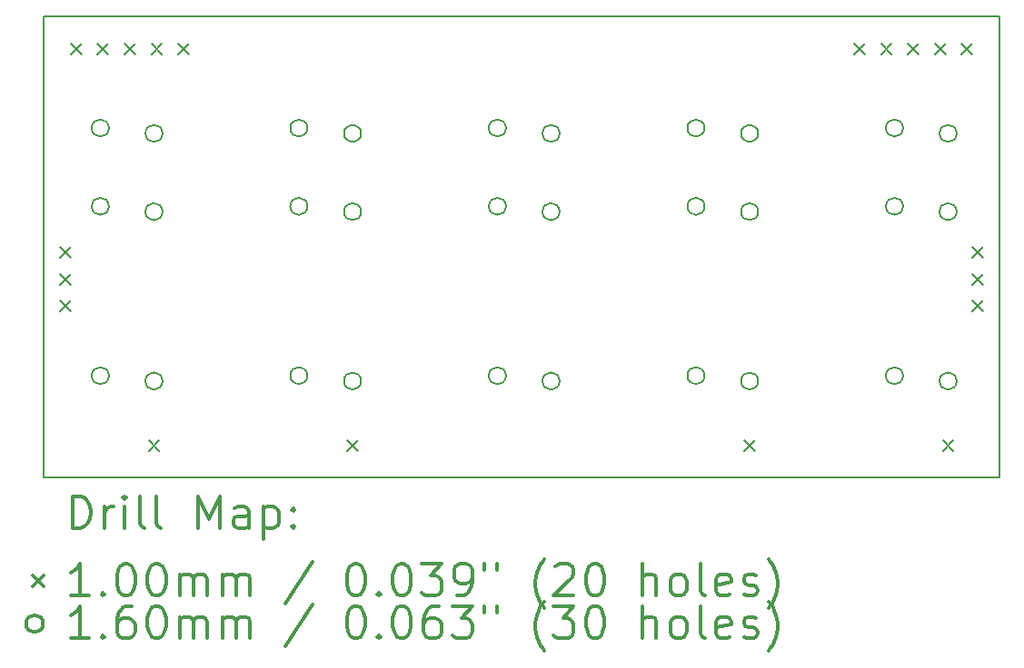
<source format=gbr>
%FSLAX45Y45*%
G04 Gerber Fmt 4.5, Leading zero omitted, Abs format (unit mm)*
G04 Created by KiCad (PCBNEW 4.0.1-stable) date Sunday, May 29, 2016 'PMt' 06:37:44 PM*
%MOMM*%
G01*
G04 APERTURE LIST*
%ADD10C,0.127000*%
%ADD11C,0.150000*%
%ADD12C,0.200000*%
%ADD13C,0.300000*%
G04 APERTURE END LIST*
D10*
D11*
X8900000Y0D02*
X0Y0D01*
X8900000Y-4300000D02*
X8900000Y0D01*
X0Y-4300000D02*
X8900000Y-4300000D01*
X0Y0D02*
X0Y-4300000D01*
D12*
X150000Y-2150000D02*
X250000Y-2250000D01*
X250000Y-2150000D02*
X150000Y-2250000D01*
X150000Y-2400000D02*
X250000Y-2500000D01*
X250000Y-2400000D02*
X150000Y-2500000D01*
X150000Y-2650000D02*
X250000Y-2750000D01*
X250000Y-2650000D02*
X150000Y-2750000D01*
X250000Y-250000D02*
X350000Y-350000D01*
X350000Y-250000D02*
X250000Y-350000D01*
X500000Y-250000D02*
X600000Y-350000D01*
X600000Y-250000D02*
X500000Y-350000D01*
X750000Y-250000D02*
X850000Y-350000D01*
X850000Y-250000D02*
X750000Y-350000D01*
X975000Y-3950000D02*
X1075000Y-4050000D01*
X1075000Y-3950000D02*
X975000Y-4050000D01*
X1000000Y-250000D02*
X1100000Y-350000D01*
X1100000Y-250000D02*
X1000000Y-350000D01*
X1250000Y-250000D02*
X1350000Y-350000D01*
X1350000Y-250000D02*
X1250000Y-350000D01*
X2825000Y-3950000D02*
X2925000Y-4050000D01*
X2925000Y-3950000D02*
X2825000Y-4050000D01*
X6525000Y-3950000D02*
X6625000Y-4050000D01*
X6625000Y-3950000D02*
X6525000Y-4050000D01*
X7550000Y-250000D02*
X7650000Y-350000D01*
X7650000Y-250000D02*
X7550000Y-350000D01*
X7800000Y-250000D02*
X7900000Y-350000D01*
X7900000Y-250000D02*
X7800000Y-350000D01*
X8050000Y-250000D02*
X8150000Y-350000D01*
X8150000Y-250000D02*
X8050000Y-350000D01*
X8300000Y-250000D02*
X8400000Y-350000D01*
X8400000Y-250000D02*
X8300000Y-350000D01*
X8375000Y-3950000D02*
X8475000Y-4050000D01*
X8475000Y-3950000D02*
X8375000Y-4050000D01*
X8550000Y-250000D02*
X8650000Y-350000D01*
X8650000Y-250000D02*
X8550000Y-350000D01*
X8650000Y-2150000D02*
X8750000Y-2250000D01*
X8750000Y-2150000D02*
X8650000Y-2250000D01*
X8650000Y-2400000D02*
X8750000Y-2500000D01*
X8750000Y-2400000D02*
X8650000Y-2500000D01*
X8650000Y-2650000D02*
X8750000Y-2750000D01*
X8750000Y-2650000D02*
X8650000Y-2750000D01*
X605000Y-1040000D02*
G75*
G03X605000Y-1040000I-80000J0D01*
G01*
X605000Y-1770000D02*
G75*
G03X605000Y-1770000I-80000J0D01*
G01*
X605000Y-3350000D02*
G75*
G03X605000Y-3350000I-80000J0D01*
G01*
X1105000Y-1090000D02*
G75*
G03X1105000Y-1090000I-80000J0D01*
G01*
X1105000Y-1820000D02*
G75*
G03X1105000Y-1820000I-80000J0D01*
G01*
X1105000Y-3400000D02*
G75*
G03X1105000Y-3400000I-80000J0D01*
G01*
X2455000Y-1040000D02*
G75*
G03X2455000Y-1040000I-80000J0D01*
G01*
X2455000Y-1770000D02*
G75*
G03X2455000Y-1770000I-80000J0D01*
G01*
X2455000Y-3350000D02*
G75*
G03X2455000Y-3350000I-80000J0D01*
G01*
X2955000Y-1090000D02*
G75*
G03X2955000Y-1090000I-80000J0D01*
G01*
X2955000Y-1820000D02*
G75*
G03X2955000Y-1820000I-80000J0D01*
G01*
X2955000Y-3400000D02*
G75*
G03X2955000Y-3400000I-80000J0D01*
G01*
X4305000Y-1040000D02*
G75*
G03X4305000Y-1040000I-80000J0D01*
G01*
X4305000Y-1770000D02*
G75*
G03X4305000Y-1770000I-80000J0D01*
G01*
X4305000Y-3350000D02*
G75*
G03X4305000Y-3350000I-80000J0D01*
G01*
X4805000Y-1090000D02*
G75*
G03X4805000Y-1090000I-80000J0D01*
G01*
X4805000Y-1820000D02*
G75*
G03X4805000Y-1820000I-80000J0D01*
G01*
X4805000Y-3400000D02*
G75*
G03X4805000Y-3400000I-80000J0D01*
G01*
X6155000Y-1040000D02*
G75*
G03X6155000Y-1040000I-80000J0D01*
G01*
X6155000Y-1770000D02*
G75*
G03X6155000Y-1770000I-80000J0D01*
G01*
X6155000Y-3350000D02*
G75*
G03X6155000Y-3350000I-80000J0D01*
G01*
X6655000Y-1090000D02*
G75*
G03X6655000Y-1090000I-80000J0D01*
G01*
X6655000Y-1820000D02*
G75*
G03X6655000Y-1820000I-80000J0D01*
G01*
X6655000Y-3400000D02*
G75*
G03X6655000Y-3400000I-80000J0D01*
G01*
X8005000Y-1040000D02*
G75*
G03X8005000Y-1040000I-80000J0D01*
G01*
X8005000Y-1770000D02*
G75*
G03X8005000Y-1770000I-80000J0D01*
G01*
X8005000Y-3350000D02*
G75*
G03X8005000Y-3350000I-80000J0D01*
G01*
X8505000Y-1090000D02*
G75*
G03X8505000Y-1090000I-80000J0D01*
G01*
X8505000Y-1820000D02*
G75*
G03X8505000Y-1820000I-80000J0D01*
G01*
X8505000Y-3400000D02*
G75*
G03X8505000Y-3400000I-80000J0D01*
G01*
D13*
X263929Y-4773214D02*
X263929Y-4473214D01*
X335357Y-4473214D01*
X378214Y-4487500D01*
X406786Y-4516072D01*
X421071Y-4544643D01*
X435357Y-4601786D01*
X435357Y-4644643D01*
X421071Y-4701786D01*
X406786Y-4730357D01*
X378214Y-4758929D01*
X335357Y-4773214D01*
X263929Y-4773214D01*
X563929Y-4773214D02*
X563929Y-4573214D01*
X563929Y-4630357D02*
X578214Y-4601786D01*
X592500Y-4587500D01*
X621071Y-4573214D01*
X649643Y-4573214D01*
X749643Y-4773214D02*
X749643Y-4573214D01*
X749643Y-4473214D02*
X735357Y-4487500D01*
X749643Y-4501786D01*
X763928Y-4487500D01*
X749643Y-4473214D01*
X749643Y-4501786D01*
X935357Y-4773214D02*
X906786Y-4758929D01*
X892500Y-4730357D01*
X892500Y-4473214D01*
X1092500Y-4773214D02*
X1063929Y-4758929D01*
X1049643Y-4730357D01*
X1049643Y-4473214D01*
X1435357Y-4773214D02*
X1435357Y-4473214D01*
X1535357Y-4687500D01*
X1635357Y-4473214D01*
X1635357Y-4773214D01*
X1906786Y-4773214D02*
X1906786Y-4616072D01*
X1892500Y-4587500D01*
X1863928Y-4573214D01*
X1806786Y-4573214D01*
X1778214Y-4587500D01*
X1906786Y-4758929D02*
X1878214Y-4773214D01*
X1806786Y-4773214D01*
X1778214Y-4758929D01*
X1763928Y-4730357D01*
X1763928Y-4701786D01*
X1778214Y-4673214D01*
X1806786Y-4658929D01*
X1878214Y-4658929D01*
X1906786Y-4644643D01*
X2049643Y-4573214D02*
X2049643Y-4873214D01*
X2049643Y-4587500D02*
X2078214Y-4573214D01*
X2135357Y-4573214D01*
X2163929Y-4587500D01*
X2178214Y-4601786D01*
X2192500Y-4630357D01*
X2192500Y-4716072D01*
X2178214Y-4744643D01*
X2163929Y-4758929D01*
X2135357Y-4773214D01*
X2078214Y-4773214D01*
X2049643Y-4758929D01*
X2321071Y-4744643D02*
X2335357Y-4758929D01*
X2321071Y-4773214D01*
X2306786Y-4758929D01*
X2321071Y-4744643D01*
X2321071Y-4773214D01*
X2321071Y-4587500D02*
X2335357Y-4601786D01*
X2321071Y-4616072D01*
X2306786Y-4601786D01*
X2321071Y-4587500D01*
X2321071Y-4616072D01*
X-107500Y-5217500D02*
X-7500Y-5317500D01*
X-7500Y-5217500D02*
X-107500Y-5317500D01*
X421071Y-5403214D02*
X249643Y-5403214D01*
X335357Y-5403214D02*
X335357Y-5103214D01*
X306786Y-5146072D01*
X278214Y-5174643D01*
X249643Y-5188929D01*
X549643Y-5374643D02*
X563929Y-5388929D01*
X549643Y-5403214D01*
X535357Y-5388929D01*
X549643Y-5374643D01*
X549643Y-5403214D01*
X749643Y-5103214D02*
X778214Y-5103214D01*
X806786Y-5117500D01*
X821071Y-5131786D01*
X835357Y-5160357D01*
X849643Y-5217500D01*
X849643Y-5288929D01*
X835357Y-5346072D01*
X821071Y-5374643D01*
X806786Y-5388929D01*
X778214Y-5403214D01*
X749643Y-5403214D01*
X721071Y-5388929D01*
X706786Y-5374643D01*
X692500Y-5346072D01*
X678214Y-5288929D01*
X678214Y-5217500D01*
X692500Y-5160357D01*
X706786Y-5131786D01*
X721071Y-5117500D01*
X749643Y-5103214D01*
X1035357Y-5103214D02*
X1063929Y-5103214D01*
X1092500Y-5117500D01*
X1106786Y-5131786D01*
X1121071Y-5160357D01*
X1135357Y-5217500D01*
X1135357Y-5288929D01*
X1121071Y-5346072D01*
X1106786Y-5374643D01*
X1092500Y-5388929D01*
X1063929Y-5403214D01*
X1035357Y-5403214D01*
X1006786Y-5388929D01*
X992500Y-5374643D01*
X978214Y-5346072D01*
X963928Y-5288929D01*
X963928Y-5217500D01*
X978214Y-5160357D01*
X992500Y-5131786D01*
X1006786Y-5117500D01*
X1035357Y-5103214D01*
X1263929Y-5403214D02*
X1263929Y-5203214D01*
X1263929Y-5231786D02*
X1278214Y-5217500D01*
X1306786Y-5203214D01*
X1349643Y-5203214D01*
X1378214Y-5217500D01*
X1392500Y-5246072D01*
X1392500Y-5403214D01*
X1392500Y-5246072D02*
X1406786Y-5217500D01*
X1435357Y-5203214D01*
X1478214Y-5203214D01*
X1506786Y-5217500D01*
X1521071Y-5246072D01*
X1521071Y-5403214D01*
X1663928Y-5403214D02*
X1663928Y-5203214D01*
X1663928Y-5231786D02*
X1678214Y-5217500D01*
X1706786Y-5203214D01*
X1749643Y-5203214D01*
X1778214Y-5217500D01*
X1792500Y-5246072D01*
X1792500Y-5403214D01*
X1792500Y-5246072D02*
X1806786Y-5217500D01*
X1835357Y-5203214D01*
X1878214Y-5203214D01*
X1906786Y-5217500D01*
X1921071Y-5246072D01*
X1921071Y-5403214D01*
X2506786Y-5088929D02*
X2249643Y-5474643D01*
X2892500Y-5103214D02*
X2921071Y-5103214D01*
X2949643Y-5117500D01*
X2963928Y-5131786D01*
X2978214Y-5160357D01*
X2992500Y-5217500D01*
X2992500Y-5288929D01*
X2978214Y-5346072D01*
X2963928Y-5374643D01*
X2949643Y-5388929D01*
X2921071Y-5403214D01*
X2892500Y-5403214D01*
X2863928Y-5388929D01*
X2849643Y-5374643D01*
X2835357Y-5346072D01*
X2821071Y-5288929D01*
X2821071Y-5217500D01*
X2835357Y-5160357D01*
X2849643Y-5131786D01*
X2863928Y-5117500D01*
X2892500Y-5103214D01*
X3121071Y-5374643D02*
X3135357Y-5388929D01*
X3121071Y-5403214D01*
X3106786Y-5388929D01*
X3121071Y-5374643D01*
X3121071Y-5403214D01*
X3321071Y-5103214D02*
X3349643Y-5103214D01*
X3378214Y-5117500D01*
X3392500Y-5131786D01*
X3406785Y-5160357D01*
X3421071Y-5217500D01*
X3421071Y-5288929D01*
X3406785Y-5346072D01*
X3392500Y-5374643D01*
X3378214Y-5388929D01*
X3349643Y-5403214D01*
X3321071Y-5403214D01*
X3292500Y-5388929D01*
X3278214Y-5374643D01*
X3263928Y-5346072D01*
X3249643Y-5288929D01*
X3249643Y-5217500D01*
X3263928Y-5160357D01*
X3278214Y-5131786D01*
X3292500Y-5117500D01*
X3321071Y-5103214D01*
X3521071Y-5103214D02*
X3706785Y-5103214D01*
X3606785Y-5217500D01*
X3649643Y-5217500D01*
X3678214Y-5231786D01*
X3692500Y-5246072D01*
X3706785Y-5274643D01*
X3706785Y-5346072D01*
X3692500Y-5374643D01*
X3678214Y-5388929D01*
X3649643Y-5403214D01*
X3563928Y-5403214D01*
X3535357Y-5388929D01*
X3521071Y-5374643D01*
X3849643Y-5403214D02*
X3906785Y-5403214D01*
X3935357Y-5388929D01*
X3949643Y-5374643D01*
X3978214Y-5331786D01*
X3992500Y-5274643D01*
X3992500Y-5160357D01*
X3978214Y-5131786D01*
X3963928Y-5117500D01*
X3935357Y-5103214D01*
X3878214Y-5103214D01*
X3849643Y-5117500D01*
X3835357Y-5131786D01*
X3821071Y-5160357D01*
X3821071Y-5231786D01*
X3835357Y-5260357D01*
X3849643Y-5274643D01*
X3878214Y-5288929D01*
X3935357Y-5288929D01*
X3963928Y-5274643D01*
X3978214Y-5260357D01*
X3992500Y-5231786D01*
X4106786Y-5103214D02*
X4106786Y-5160357D01*
X4221071Y-5103214D02*
X4221071Y-5160357D01*
X4663928Y-5517500D02*
X4649643Y-5503214D01*
X4621071Y-5460357D01*
X4606786Y-5431786D01*
X4592500Y-5388929D01*
X4578214Y-5317500D01*
X4578214Y-5260357D01*
X4592500Y-5188929D01*
X4606786Y-5146072D01*
X4621071Y-5117500D01*
X4649643Y-5074643D01*
X4663928Y-5060357D01*
X4763928Y-5131786D02*
X4778214Y-5117500D01*
X4806786Y-5103214D01*
X4878214Y-5103214D01*
X4906786Y-5117500D01*
X4921071Y-5131786D01*
X4935357Y-5160357D01*
X4935357Y-5188929D01*
X4921071Y-5231786D01*
X4749643Y-5403214D01*
X4935357Y-5403214D01*
X5121071Y-5103214D02*
X5149643Y-5103214D01*
X5178214Y-5117500D01*
X5192500Y-5131786D01*
X5206786Y-5160357D01*
X5221071Y-5217500D01*
X5221071Y-5288929D01*
X5206786Y-5346072D01*
X5192500Y-5374643D01*
X5178214Y-5388929D01*
X5149643Y-5403214D01*
X5121071Y-5403214D01*
X5092500Y-5388929D01*
X5078214Y-5374643D01*
X5063928Y-5346072D01*
X5049643Y-5288929D01*
X5049643Y-5217500D01*
X5063928Y-5160357D01*
X5078214Y-5131786D01*
X5092500Y-5117500D01*
X5121071Y-5103214D01*
X5578214Y-5403214D02*
X5578214Y-5103214D01*
X5706785Y-5403214D02*
X5706785Y-5246072D01*
X5692500Y-5217500D01*
X5663928Y-5203214D01*
X5621071Y-5203214D01*
X5592500Y-5217500D01*
X5578214Y-5231786D01*
X5892500Y-5403214D02*
X5863928Y-5388929D01*
X5849643Y-5374643D01*
X5835357Y-5346072D01*
X5835357Y-5260357D01*
X5849643Y-5231786D01*
X5863928Y-5217500D01*
X5892500Y-5203214D01*
X5935357Y-5203214D01*
X5963928Y-5217500D01*
X5978214Y-5231786D01*
X5992500Y-5260357D01*
X5992500Y-5346072D01*
X5978214Y-5374643D01*
X5963928Y-5388929D01*
X5935357Y-5403214D01*
X5892500Y-5403214D01*
X6163928Y-5403214D02*
X6135357Y-5388929D01*
X6121071Y-5360357D01*
X6121071Y-5103214D01*
X6392500Y-5388929D02*
X6363928Y-5403214D01*
X6306786Y-5403214D01*
X6278214Y-5388929D01*
X6263928Y-5360357D01*
X6263928Y-5246072D01*
X6278214Y-5217500D01*
X6306786Y-5203214D01*
X6363928Y-5203214D01*
X6392500Y-5217500D01*
X6406786Y-5246072D01*
X6406786Y-5274643D01*
X6263928Y-5303214D01*
X6521071Y-5388929D02*
X6549643Y-5403214D01*
X6606786Y-5403214D01*
X6635357Y-5388929D01*
X6649643Y-5360357D01*
X6649643Y-5346072D01*
X6635357Y-5317500D01*
X6606786Y-5303214D01*
X6563928Y-5303214D01*
X6535357Y-5288929D01*
X6521071Y-5260357D01*
X6521071Y-5246072D01*
X6535357Y-5217500D01*
X6563928Y-5203214D01*
X6606786Y-5203214D01*
X6635357Y-5217500D01*
X6749643Y-5517500D02*
X6763928Y-5503214D01*
X6792500Y-5460357D01*
X6806786Y-5431786D01*
X6821071Y-5388929D01*
X6835357Y-5317500D01*
X6835357Y-5260357D01*
X6821071Y-5188929D01*
X6806786Y-5146072D01*
X6792500Y-5117500D01*
X6763928Y-5074643D01*
X6749643Y-5060357D01*
X-7500Y-5663500D02*
G75*
G03X-7500Y-5663500I-80000J0D01*
G01*
X421071Y-5799214D02*
X249643Y-5799214D01*
X335357Y-5799214D02*
X335357Y-5499214D01*
X306786Y-5542072D01*
X278214Y-5570643D01*
X249643Y-5584929D01*
X549643Y-5770643D02*
X563929Y-5784929D01*
X549643Y-5799214D01*
X535357Y-5784929D01*
X549643Y-5770643D01*
X549643Y-5799214D01*
X821071Y-5499214D02*
X763928Y-5499214D01*
X735357Y-5513500D01*
X721071Y-5527786D01*
X692500Y-5570643D01*
X678214Y-5627786D01*
X678214Y-5742071D01*
X692500Y-5770643D01*
X706786Y-5784929D01*
X735357Y-5799214D01*
X792500Y-5799214D01*
X821071Y-5784929D01*
X835357Y-5770643D01*
X849643Y-5742071D01*
X849643Y-5670643D01*
X835357Y-5642071D01*
X821071Y-5627786D01*
X792500Y-5613500D01*
X735357Y-5613500D01*
X706786Y-5627786D01*
X692500Y-5642071D01*
X678214Y-5670643D01*
X1035357Y-5499214D02*
X1063929Y-5499214D01*
X1092500Y-5513500D01*
X1106786Y-5527786D01*
X1121071Y-5556357D01*
X1135357Y-5613500D01*
X1135357Y-5684929D01*
X1121071Y-5742071D01*
X1106786Y-5770643D01*
X1092500Y-5784929D01*
X1063929Y-5799214D01*
X1035357Y-5799214D01*
X1006786Y-5784929D01*
X992500Y-5770643D01*
X978214Y-5742071D01*
X963928Y-5684929D01*
X963928Y-5613500D01*
X978214Y-5556357D01*
X992500Y-5527786D01*
X1006786Y-5513500D01*
X1035357Y-5499214D01*
X1263929Y-5799214D02*
X1263929Y-5599214D01*
X1263929Y-5627786D02*
X1278214Y-5613500D01*
X1306786Y-5599214D01*
X1349643Y-5599214D01*
X1378214Y-5613500D01*
X1392500Y-5642071D01*
X1392500Y-5799214D01*
X1392500Y-5642071D02*
X1406786Y-5613500D01*
X1435357Y-5599214D01*
X1478214Y-5599214D01*
X1506786Y-5613500D01*
X1521071Y-5642071D01*
X1521071Y-5799214D01*
X1663928Y-5799214D02*
X1663928Y-5599214D01*
X1663928Y-5627786D02*
X1678214Y-5613500D01*
X1706786Y-5599214D01*
X1749643Y-5599214D01*
X1778214Y-5613500D01*
X1792500Y-5642071D01*
X1792500Y-5799214D01*
X1792500Y-5642071D02*
X1806786Y-5613500D01*
X1835357Y-5599214D01*
X1878214Y-5599214D01*
X1906786Y-5613500D01*
X1921071Y-5642071D01*
X1921071Y-5799214D01*
X2506786Y-5484929D02*
X2249643Y-5870643D01*
X2892500Y-5499214D02*
X2921071Y-5499214D01*
X2949643Y-5513500D01*
X2963928Y-5527786D01*
X2978214Y-5556357D01*
X2992500Y-5613500D01*
X2992500Y-5684929D01*
X2978214Y-5742071D01*
X2963928Y-5770643D01*
X2949643Y-5784929D01*
X2921071Y-5799214D01*
X2892500Y-5799214D01*
X2863928Y-5784929D01*
X2849643Y-5770643D01*
X2835357Y-5742071D01*
X2821071Y-5684929D01*
X2821071Y-5613500D01*
X2835357Y-5556357D01*
X2849643Y-5527786D01*
X2863928Y-5513500D01*
X2892500Y-5499214D01*
X3121071Y-5770643D02*
X3135357Y-5784929D01*
X3121071Y-5799214D01*
X3106786Y-5784929D01*
X3121071Y-5770643D01*
X3121071Y-5799214D01*
X3321071Y-5499214D02*
X3349643Y-5499214D01*
X3378214Y-5513500D01*
X3392500Y-5527786D01*
X3406785Y-5556357D01*
X3421071Y-5613500D01*
X3421071Y-5684929D01*
X3406785Y-5742071D01*
X3392500Y-5770643D01*
X3378214Y-5784929D01*
X3349643Y-5799214D01*
X3321071Y-5799214D01*
X3292500Y-5784929D01*
X3278214Y-5770643D01*
X3263928Y-5742071D01*
X3249643Y-5684929D01*
X3249643Y-5613500D01*
X3263928Y-5556357D01*
X3278214Y-5527786D01*
X3292500Y-5513500D01*
X3321071Y-5499214D01*
X3678214Y-5499214D02*
X3621071Y-5499214D01*
X3592500Y-5513500D01*
X3578214Y-5527786D01*
X3549643Y-5570643D01*
X3535357Y-5627786D01*
X3535357Y-5742071D01*
X3549643Y-5770643D01*
X3563928Y-5784929D01*
X3592500Y-5799214D01*
X3649643Y-5799214D01*
X3678214Y-5784929D01*
X3692500Y-5770643D01*
X3706785Y-5742071D01*
X3706785Y-5670643D01*
X3692500Y-5642071D01*
X3678214Y-5627786D01*
X3649643Y-5613500D01*
X3592500Y-5613500D01*
X3563928Y-5627786D01*
X3549643Y-5642071D01*
X3535357Y-5670643D01*
X3806785Y-5499214D02*
X3992500Y-5499214D01*
X3892500Y-5613500D01*
X3935357Y-5613500D01*
X3963928Y-5627786D01*
X3978214Y-5642071D01*
X3992500Y-5670643D01*
X3992500Y-5742071D01*
X3978214Y-5770643D01*
X3963928Y-5784929D01*
X3935357Y-5799214D01*
X3849643Y-5799214D01*
X3821071Y-5784929D01*
X3806785Y-5770643D01*
X4106786Y-5499214D02*
X4106786Y-5556357D01*
X4221071Y-5499214D02*
X4221071Y-5556357D01*
X4663928Y-5913500D02*
X4649643Y-5899214D01*
X4621071Y-5856357D01*
X4606786Y-5827786D01*
X4592500Y-5784929D01*
X4578214Y-5713500D01*
X4578214Y-5656357D01*
X4592500Y-5584929D01*
X4606786Y-5542072D01*
X4621071Y-5513500D01*
X4649643Y-5470643D01*
X4663928Y-5456357D01*
X4749643Y-5499214D02*
X4935357Y-5499214D01*
X4835357Y-5613500D01*
X4878214Y-5613500D01*
X4906786Y-5627786D01*
X4921071Y-5642071D01*
X4935357Y-5670643D01*
X4935357Y-5742071D01*
X4921071Y-5770643D01*
X4906786Y-5784929D01*
X4878214Y-5799214D01*
X4792500Y-5799214D01*
X4763928Y-5784929D01*
X4749643Y-5770643D01*
X5121071Y-5499214D02*
X5149643Y-5499214D01*
X5178214Y-5513500D01*
X5192500Y-5527786D01*
X5206786Y-5556357D01*
X5221071Y-5613500D01*
X5221071Y-5684929D01*
X5206786Y-5742071D01*
X5192500Y-5770643D01*
X5178214Y-5784929D01*
X5149643Y-5799214D01*
X5121071Y-5799214D01*
X5092500Y-5784929D01*
X5078214Y-5770643D01*
X5063928Y-5742071D01*
X5049643Y-5684929D01*
X5049643Y-5613500D01*
X5063928Y-5556357D01*
X5078214Y-5527786D01*
X5092500Y-5513500D01*
X5121071Y-5499214D01*
X5578214Y-5799214D02*
X5578214Y-5499214D01*
X5706785Y-5799214D02*
X5706785Y-5642071D01*
X5692500Y-5613500D01*
X5663928Y-5599214D01*
X5621071Y-5599214D01*
X5592500Y-5613500D01*
X5578214Y-5627786D01*
X5892500Y-5799214D02*
X5863928Y-5784929D01*
X5849643Y-5770643D01*
X5835357Y-5742071D01*
X5835357Y-5656357D01*
X5849643Y-5627786D01*
X5863928Y-5613500D01*
X5892500Y-5599214D01*
X5935357Y-5599214D01*
X5963928Y-5613500D01*
X5978214Y-5627786D01*
X5992500Y-5656357D01*
X5992500Y-5742071D01*
X5978214Y-5770643D01*
X5963928Y-5784929D01*
X5935357Y-5799214D01*
X5892500Y-5799214D01*
X6163928Y-5799214D02*
X6135357Y-5784929D01*
X6121071Y-5756357D01*
X6121071Y-5499214D01*
X6392500Y-5784929D02*
X6363928Y-5799214D01*
X6306786Y-5799214D01*
X6278214Y-5784929D01*
X6263928Y-5756357D01*
X6263928Y-5642071D01*
X6278214Y-5613500D01*
X6306786Y-5599214D01*
X6363928Y-5599214D01*
X6392500Y-5613500D01*
X6406786Y-5642071D01*
X6406786Y-5670643D01*
X6263928Y-5699214D01*
X6521071Y-5784929D02*
X6549643Y-5799214D01*
X6606786Y-5799214D01*
X6635357Y-5784929D01*
X6649643Y-5756357D01*
X6649643Y-5742071D01*
X6635357Y-5713500D01*
X6606786Y-5699214D01*
X6563928Y-5699214D01*
X6535357Y-5684929D01*
X6521071Y-5656357D01*
X6521071Y-5642071D01*
X6535357Y-5613500D01*
X6563928Y-5599214D01*
X6606786Y-5599214D01*
X6635357Y-5613500D01*
X6749643Y-5913500D02*
X6763928Y-5899214D01*
X6792500Y-5856357D01*
X6806786Y-5827786D01*
X6821071Y-5784929D01*
X6835357Y-5713500D01*
X6835357Y-5656357D01*
X6821071Y-5584929D01*
X6806786Y-5542072D01*
X6792500Y-5513500D01*
X6763928Y-5470643D01*
X6749643Y-5456357D01*
M02*

</source>
